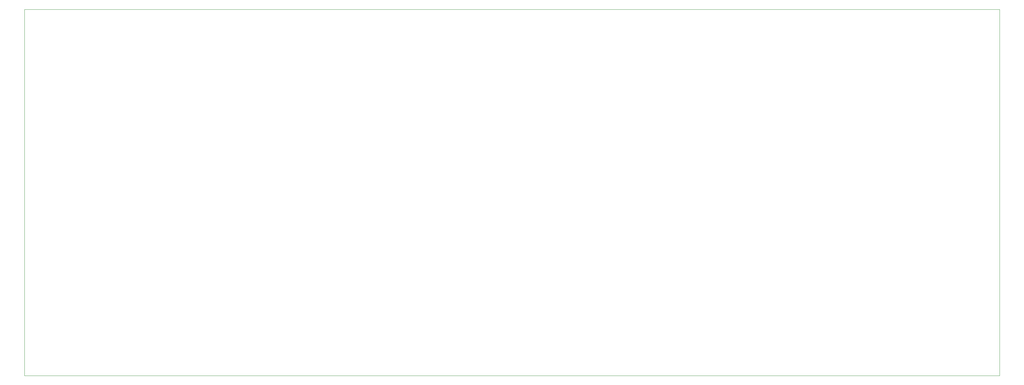
<source format=gbr>
%TF.GenerationSoftware,KiCad,Pcbnew,(5.1.10)-1*%
%TF.CreationDate,2021-10-30T01:15:37-04:00*%
%TF.ProjectId,keyboard,6b657962-6f61-4726-942e-6b696361645f,rev?*%
%TF.SameCoordinates,Original*%
%TF.FileFunction,Profile,NP*%
%FSLAX46Y46*%
G04 Gerber Fmt 4.6, Leading zero omitted, Abs format (unit mm)*
G04 Created by KiCad (PCBNEW (5.1.10)-1) date 2021-10-30 01:15:37*
%MOMM*%
%LPD*%
G01*
G04 APERTURE LIST*
%TA.AperFunction,Profile*%
%ADD10C,0.050000*%
%TD*%
G04 APERTURE END LIST*
D10*
X-25400000Y-45243750D02*
X-25400000Y-144462500D01*
X238125000Y-45243750D02*
X-25400000Y-45243750D01*
X238125000Y-144462500D02*
X238125000Y-45243750D01*
X-25400000Y-144462500D02*
X238125000Y-144462500D01*
M02*

</source>
